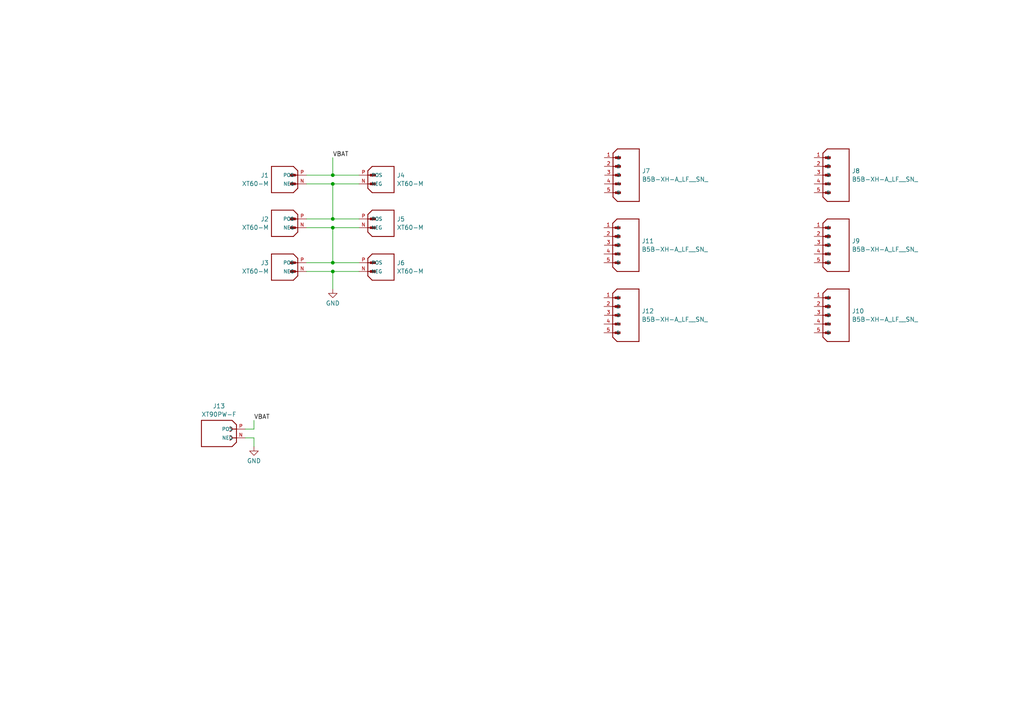
<source format=kicad_sch>
(kicad_sch (version 20230121) (generator eeschema)
  (paper "A4")
  (lib_symbols
    (symbol "Component_lib:B5B-XH-A_LF__SN_" (pin_names (offset 1.016))
      (property "Reference" "J" (at 0 8.89 0))
      (property "Value" "B5B-XH-A_LF__SN_" (at 0 -10.16 0))
      (symbol "B5B-XH-A_LF__SN__0_0"
        (polyline (pts (xy 0 -6.35) (xy 1.27 -7.62)) (stroke (width 0.254)))
        (polyline (pts (xy 0 -5.08) (xy 1.905 -5.08)) (stroke (width 0.254)))
        (polyline (pts (xy 0 -2.54) (xy 1.905 -2.54)) (stroke (width 0.254)))
        (polyline (pts (xy 0 0) (xy 1.905 0)) (stroke (width 0.254)))
        (polyline (pts (xy 0 2.54) (xy 1.905 2.54)) (stroke (width 0.254)))
        (polyline (pts (xy 0 5.08) (xy 0 -6.35)) (stroke (width 0.254)))
        (polyline (pts (xy 0 5.08) (xy 1.905 5.08)) (stroke (width 0.254)))
        (polyline (pts (xy 0 6.35) (xy 0 5.08)) (stroke (width 0.254)))
        (polyline (pts (xy 0 6.35) (xy 1.27 7.62)) (stroke (width 0.254)))
        (polyline (pts (xy 1.27 -7.62) (xy 7.62 -7.62)) (stroke (width 0.254)))
        (polyline (pts (xy 7.62 -7.62) (xy 7.62 7.62)) (stroke (width 0.254)))
        (polyline (pts (xy 7.62 7.62) (xy 1.27 7.62)) (stroke (width 0.254)))
        (rectangle (start 0.635 -5.3975) (end 2.2225 -4.7625) (stroke (width 0.1)) (fill (type outline)))
        (rectangle (start 0.635 -2.8575) (end 2.2225 -2.2225) (stroke (width 0.1)) (fill (type outline)))
        (rectangle (start 0.635 -0.3175) (end 2.2225 0.3175) (stroke (width 0.1)) (fill (type outline)))
        (rectangle (start 0.635 2.2225) (end 2.2225 2.8575) (stroke (width 0.1)) (fill (type outline)))
        (rectangle (start 0.635 4.7625) (end 2.2225 5.3975) (stroke (width 0.1)) (fill (type outline)))
      )
      (symbol "B5B-XH-A_LF__SN__1_0"
        (pin passive line (at -2.54 5.08 0) (length 2.54) (name "1") (number "1"))
        (pin passive line (at -2.54 2.54 0) (length 2.54) (name "2") (number "2"))
        (pin passive line (at -2.45 0 0) (length 2.45) (name "3") (number "3"))
        (pin passive line (at -2.54 -2.54 0) (length 2.54) (name "4") (number "4"))
        (pin passive line (at -2.54 -5.08 0) (length 2.54) (name "5") (number "5"))
      )
    )
    (symbol "Component_lib:XT60-M" (pin_names (offset 1.016))
      (property "Reference" "J" (at 0 6.35 0))
      (property "Value" "XT60-M" (at 0 -5.08 0))
      (symbol "XT60-M_0_0"
        (polyline (pts (xy 0 -1.27) (xy 1.27 -2.54)) (stroke (width 0.254)))
        (polyline (pts (xy 0 0) (xy 1.905 0)) (stroke (width 0.254)))
        (polyline (pts (xy 0 2.54) (xy 0 -1.27)) (stroke (width 0.254)))
        (polyline (pts (xy 0 2.54) (xy 1.905 2.54)) (stroke (width 0.254)))
        (polyline (pts (xy 0 3.81) (xy 0 2.54)) (stroke (width 0.254)))
        (polyline (pts (xy 0 3.81) (xy 1.27 5.08)) (stroke (width 0.254)))
        (polyline (pts (xy 1.27 -2.54) (xy 7.62 -2.54)) (stroke (width 0.254)))
        (polyline (pts (xy 7.62 -2.54) (xy 7.62 5.08)) (stroke (width 0.254)))
        (polyline (pts (xy 7.62 5.08) (xy 1.27 5.08)) (stroke (width 0.254)))
        (rectangle (start 0.635 -0.3175) (end 2.2225 0.3175) (stroke (width 0.1)) (fill (type outline)))
        (rectangle (start 0.635 2.2225) (end 2.2225 2.8575) (stroke (width 0.1)) (fill (type outline)))
      )
      (symbol "XT60-M_1_0"
        (pin passive line (at -2.54 0 0) (length 2.54) (name "NEG") (number "N"))
        (pin passive line (at -2.54 2.54 0) (length 2.54) (name "POS") (number "P"))
      )
    )
    (symbol "Component_lib:XT90PW-F" (pin_names (offset 1.016))
      (property "Reference" "J" (at -10.16 3.81 0))
      (property "Value" "XT90PW-F" (at -10.16 -7.62 0))
      (symbol "XT90PW-F_0_0"
        (arc (start -1.905 -3.175) (mid -1.2727 -2.54) (end -1.905 -1.905) (stroke (width 0.254)))
        (arc (start -1.905 -0.635) (mid -1.2727 0) (end -1.905 0.635) (stroke (width 0.254)))
        (polyline (pts (xy -10.16 -5.08) (xy -10.16 2.54)) (stroke (width 0.254)))
        (polyline (pts (xy -10.16 2.54) (xy -1.27 2.54)) (stroke (width 0.254)))
        (polyline (pts (xy -1.27 -5.08) (xy -10.16 -5.08)) (stroke (width 0.254)))
        (polyline (pts (xy 0 -3.81) (xy -1.27 -5.08)) (stroke (width 0.254)))
        (polyline (pts (xy 0 -2.54) (xy -1.27 -2.54)) (stroke (width 0.254)))
        (polyline (pts (xy 0 0) (xy -1.27 0)) (stroke (width 0.254)))
        (polyline (pts (xy 0 0) (xy 0 -3.81)) (stroke (width 0.254)))
        (polyline (pts (xy 0 1.27) (xy -1.27 2.54)) (stroke (width 0.254)))
        (polyline (pts (xy 0 1.27) (xy 0 0)) (stroke (width 0.254)))
        (pin passive line (at 2.54 -2.54 180) (length 2.54) (name "NEG") (number "N"))
        (pin passive line (at 2.54 0 180) (length 2.54) (name "POS") (number "P"))
      )
    )
    (symbol "power:GND" (power) (pin_names (offset 0))
      (property "Value" "GND" (at 0 -3.81 0))
      (symbol "GND_0_1"
        (polyline (pts (xy 0 0) (xy 0 -1.27) (xy 1.27 -1.27) (xy 0 -2.54) (xy -1.27 -1.27) (xy 0 -1.27)))
      )
      (symbol "GND_1_1"
        (pin power_in line (at 0 0 270) (length 0) hide (name "GND") (number "1"))
      )
    )
  )
  (junction (at 96.52 76.2))
  (junction (at 96.52 78.74))
  (junction (at 96.52 66.04))
  (junction (at 96.52 63.5))
  (junction (at 96.52 50.8))
  (junction (at 96.52 53.34))
  (wire (pts (xy 88.9 76.2) (xy 96.52 76.2)))
  (wire (pts (xy 88.9 63.5) (xy 96.52 63.5)))
  (wire (pts (xy 71.12 124.46) (xy 73.66 124.46)))
  (wire (pts (xy 96.52 63.5) (xy 104.14 63.5)))
  (wire (pts (xy 96.52 45.72) (xy 96.52 50.8)))
  (wire (pts (xy 96.52 76.2) (xy 104.14 76.2)))
  (wire (pts (xy 96.52 53.34) (xy 96.52 63.5)))
  (wire (pts (xy 88.9 78.74) (xy 96.52 78.74)))
  (wire (pts (xy 73.66 121.92) (xy 73.66 124.46)))
  (wire (pts (xy 96.52 78.74) (xy 104.14 78.74)))
  (wire (pts (xy 96.52 53.34) (xy 104.14 53.34)))
  (wire (pts (xy 96.52 78.74) (xy 96.52 83.82)))
  (wire (pts (xy 96.52 50.8) (xy 104.14 50.8)))
  (wire (pts (xy 88.9 50.8) (xy 96.52 50.8)))
  (wire (pts (xy 96.52 66.04) (xy 104.14 66.04)))
  (wire (pts (xy 88.9 53.34) (xy 96.52 53.34)))
  (wire (pts (xy 88.9 66.04) (xy 96.52 66.04)))
  (wire (pts (xy 73.66 127) (xy 71.12 127)))
  (wire (pts (xy 73.66 129.54) (xy 73.66 127)))
  (wire (pts (xy 96.52 66.04) (xy 96.52 76.2)))
  (label "VBAT" (at 96.52 45.72 0))
  (label "VBAT" (at 73.66 121.92 0))
  (symbol (lib_id "power:GND") (at 96.52 83.82 0) (unit 1)
    (property "Reference" "#PWR01" (effects hide))
    (property "Value" "GND" (at 96.52 87.9531 0))
  )
  (symbol (lib_id "Component_lib:XT60-M") (at 106.68 53.34 0) (unit 1)
    (property "Reference" "J4" (at 115.062 50.8579 0) (effects (justify left)))
    (property "Value" "XT60-M" (at 115.062 53.2821 0) (effects (justify left)))
    (property "Footprint" "XT60-M:AMASS_XT60-M" (effects hide))
    (property "MF" "AMASS" (effects hide))
    (property "MAXIMUM_PACKAGE_HEIGHT" "16.00 mm" (effects hide))
    (property "Package" "Package" (effects hide))
    (property "Price" "None" (effects hide))
    (property "Check_prices" "https://www.snapeda.com/parts/XT60-M/AMASS/view-part/?ref=eda" (effects hide))
    (property "STANDARD" "IPC 7351B" (effects hide))
    (property "PARTREV" "V1.2" (effects hide))
    (property "SnapEDA_Link" "https://www.snapeda.com/parts/XT60-M/AMASS/view-part/?ref=snap" (effects hide))
    (property "MP" "XT60-M" (effects hide))
    (property "Description" "\nPlug; DC supply; XT60; male; PIN: 2; for cable; soldered; 30A; 500V\n" (effects hide))
    (property "Availability" "Not in stock" (effects hide))
    (property "MANUFACTURER" "AMASS" (effects hide))
  )
  (symbol (lib_id "Component_lib:XT60-M") (at 86.36 66.04 0) (mirror y) (unit 1)
    (property "Reference" "J2" (at 77.978 63.5579 0) (effects (justify left)))
    (property "Value" "XT60-M" (at 77.978 65.9821 0) (effects (justify left)))
    (property "Footprint" "XT60-M:AMASS_XT60-M" (effects hide))
    (property "MF" "AMASS" (effects hide))
    (property "MAXIMUM_PACKAGE_HEIGHT" "16.00 mm" (effects hide))
    (property "Package" "Package" (effects hide))
    (property "Price" "None" (effects hide))
    (property "Check_prices" "https://www.snapeda.com/parts/XT60-M/AMASS/view-part/?ref=eda" (effects hide))
    (property "STANDARD" "IPC 7351B" (effects hide))
    (property "PARTREV" "V1.2" (effects hide))
    (property "SnapEDA_Link" "https://www.snapeda.com/parts/XT60-M/AMASS/view-part/?ref=snap" (effects hide))
    (property "MP" "XT60-M" (effects hide))
    (property "Description" "\nPlug; DC supply; XT60; male; PIN: 2; for cable; soldered; 30A; 500V\n" (effects hide))
    (property "Availability" "Not in stock" (effects hide))
    (property "MANUFACTURER" "AMASS" (effects hide))
  )
  (symbol (lib_id "Component_lib:B5B-XH-A_LF__SN_") (at 177.8 50.8 0) (unit 1)
    (property "Reference" "J7" (at 186.182 49.5879 0) (effects (justify left)))
    (property "Value" "B5B-XH-A_LF__SN_" (at 186.182 52.0121 0) (effects (justify left)))
    (property "Footprint" "B5B-XH-A_LF__SN_:JST_B5B-XH-A_LF__SN_" (effects hide))
    (property "MF" "JST Sales America Inc." (effects hide))
    (property "MAXIMUM_PACKAGE_HEIGHT" "7 mm" (effects hide))
    (property "Package" "None" (effects hide))
    (property "Price" "None" (effects hide))
    (property "Check_prices" "https://www.snapeda.com/parts/B5B-XH-A(LF)(SN)/JST+Sales+America+Inc./view-part/?ref=eda" (effects hide))
    (property "STANDARD" "Manufacturer Recommendations" (effects hide))
    (property "PARTREV" "N/A" (effects hide))
    (property "SnapEDA_Link" "https://www.snapeda.com/parts/B5B-XH-A(LF)(SN)/JST+Sales+America+Inc./view-part/?ref=snap" (effects hide))
    (property "MP" "B5B-XH-A(LF)(SN)" (effects hide))
    (property "Purchase-URL" "https://www.snapeda.com/api/url_track_click_mouser/?unipart_id=4703724&manufacturer=JST Sales America Inc.&part_name=B5B-XH-A(LF)(SN)&search_term=b5b-xh-a" (effects hide))
    (property "Description" "\nConnector Header Through Hole 5 position 0.098 (2.50mm)\n" (effects hide))
    (property "MANUFACTURER" "JST Sales America Inc." (effects hide))
    (property "Availability" "In Stock" (effects hide))
    (property "SNAPEDA_PN" "B5B-XH-A(LF)(SN)" (effects hide))
  )
  (symbol (lib_id "power:GND") (at 73.66 129.54 0) (unit 1)
    (property "Reference" "#PWR02" (effects hide))
    (property "Value" "GND" (at 73.66 133.6731 0))
  )
  (symbol (lib_id "Component_lib:XT60-M") (at 106.68 78.74 0) (unit 1)
    (property "Reference" "J6" (at 115.062 76.2579 0) (effects (justify left)))
    (property "Value" "XT60-M" (at 115.062 78.6821 0) (effects (justify left)))
    (property "Footprint" "XT60-M:AMASS_XT60-M" (effects hide))
    (property "MF" "AMASS" (effects hide))
    (property "MAXIMUM_PACKAGE_HEIGHT" "16.00 mm" (effects hide))
    (property "Package" "Package" (effects hide))
    (property "Price" "None" (effects hide))
    (property "Check_prices" "https://www.snapeda.com/parts/XT60-M/AMASS/view-part/?ref=eda" (effects hide))
    (property "STANDARD" "IPC 7351B" (effects hide))
    (property "PARTREV" "V1.2" (effects hide))
    (property "SnapEDA_Link" "https://www.snapeda.com/parts/XT60-M/AMASS/view-part/?ref=snap" (effects hide))
    (property "MP" "XT60-M" (effects hide))
    (property "Description" "\nPlug; DC supply; XT60; male; PIN: 2; for cable; soldered; 30A; 500V\n" (effects hide))
    (property "Availability" "Not in stock" (effects hide))
    (property "MANUFACTURER" "AMASS" (effects hide))
  )
  (symbol (lib_id "Component_lib:B5B-XH-A_LF__SN_") (at 177.71 71.12 0) (unit 1)
    (property "Reference" "J11" (at 186.092 69.9079 0) (effects (justify left)))
    (property "Value" "B5B-XH-A_LF__SN_" (at 186.092 72.3321 0) (effects (justify left)))
    (property "Footprint" "B5B-XH-A_LF__SN_:JST_B5B-XH-A_LF__SN_" (effects hide))
    (property "MF" "JST Sales America Inc." (effects hide))
    (property "MAXIMUM_PACKAGE_HEIGHT" "7 mm" (effects hide))
    (property "Package" "None" (effects hide))
    (property "Price" "None" (effects hide))
    (property "Check_prices" "https://www.snapeda.com/parts/B5B-XH-A(LF)(SN)/JST+Sales+America+Inc./view-part/?ref=eda" (effects hide))
    (property "STANDARD" "Manufacturer Recommendations" (effects hide))
    (property "PARTREV" "N/A" (effects hide))
    (property "SnapEDA_Link" "https://www.snapeda.com/parts/B5B-XH-A(LF)(SN)/JST+Sales+America+Inc./view-part/?ref=snap" (effects hide))
    (property "MP" "B5B-XH-A(LF)(SN)" (effects hide))
    (property "Purchase-URL" "https://www.snapeda.com/api/url_track_click_mouser/?unipart_id=4703724&manufacturer=JST Sales America Inc.&part_name=B5B-XH-A(LF)(SN)&search_term=b5b-xh-a" (effects hide))
    (property "Description" "\nConnector Header Through Hole 5 position 0.098 (2.50mm)\n" (effects hide))
    (property "MANUFACTURER" "JST Sales America Inc." (effects hide))
    (property "Availability" "In Stock" (effects hide))
    (property "SNAPEDA_PN" "B5B-XH-A(LF)(SN)" (effects hide))
  )
  (symbol (lib_id "Component_lib:B5B-XH-A_LF__SN_") (at 238.67 50.8 0) (unit 1)
    (property "Reference" "J8" (at 247.052 49.5879 0) (effects (justify left)))
    (property "Value" "B5B-XH-A_LF__SN_" (at 247.052 52.0121 0) (effects (justify left)))
    (property "Footprint" "B5B-XH-A_LF__SN_:JST_B5B-XH-A_LF__SN_" (effects hide))
    (property "MF" "JST Sales America Inc." (effects hide))
    (property "MAXIMUM_PACKAGE_HEIGHT" "7 mm" (effects hide))
    (property "Package" "None" (effects hide))
    (property "Price" "None" (effects hide))
    (property "Check_prices" "https://www.snapeda.com/parts/B5B-XH-A(LF)(SN)/JST+Sales+America+Inc./view-part/?ref=eda" (effects hide))
    (property "STANDARD" "Manufacturer Recommendations" (effects hide))
    (property "PARTREV" "N/A" (effects hide))
    (property "SnapEDA_Link" "https://www.snapeda.com/parts/B5B-XH-A(LF)(SN)/JST+Sales+America+Inc./view-part/?ref=snap" (effects hide))
    (property "MP" "B5B-XH-A(LF)(SN)" (effects hide))
    (property "Purchase-URL" "https://www.snapeda.com/api/url_track_click_mouser/?unipart_id=4703724&manufacturer=JST Sales America Inc.&part_name=B5B-XH-A(LF)(SN)&search_term=b5b-xh-a" (effects hide))
    (property "Description" "\nConnector Header Through Hole 5 position 0.098 (2.50mm)\n" (effects hide))
    (property "MANUFACTURER" "JST Sales America Inc." (effects hide))
    (property "Availability" "In Stock" (effects hide))
    (property "SNAPEDA_PN" "B5B-XH-A(LF)(SN)" (effects hide))
  )
  (symbol (lib_id "Component_lib:XT90PW-F") (at 68.58 124.46 0) (unit 1)
    (property "Reference" "J13" (at 63.5 117.7757 0))
    (property "Value" "XT90PW-F" (at 63.5 120.1999 0))
    (property "Footprint" "XT90PW-F:AMASS_XT90PW-F" (effects hide))
    (property "MF" "AMASS" (effects hide))
    (property "MAXIMUM_PACKAGE_HEIGHT" "10.3 mm" (effects hide))
    (property "Package" "Package" (effects hide))
    (property "Description" "\nSocket, DC supply, XT90, female, PIN:2, on PCBs, THT\n" (effects hide))
  )
  (symbol (lib_id "Component_lib:XT60-M") (at 86.36 78.74 0) (mirror y) (unit 1)
    (property "Reference" "J3" (at 77.978 76.2579 0) (effects (justify left)))
    (property "Value" "XT60-M" (at 77.978 78.6821 0) (effects (justify left)))
    (property "Footprint" "XT60-M:AMASS_XT60-M" (effects hide))
    (property "MF" "AMASS" (effects hide))
    (property "MAXIMUM_PACKAGE_HEIGHT" "16.00 mm" (effects hide))
    (property "Package" "Package" (effects hide))
    (property "Price" "None" (effects hide))
    (property "Check_prices" "https://www.snapeda.com/parts/XT60-M/AMASS/view-part/?ref=eda" (effects hide))
    (property "STANDARD" "IPC 7351B" (effects hide))
    (property "PARTREV" "V1.2" (effects hide))
    (property "SnapEDA_Link" "https://www.snapeda.com/parts/XT60-M/AMASS/view-part/?ref=snap" (effects hide))
    (property "MP" "XT60-M" (effects hide))
    (property "Description" "\nPlug; DC supply; XT60; male; PIN: 2; for cable; soldered; 30A; 500V\n" (effects hide))
    (property "Availability" "Not in stock" (effects hide))
    (property "MANUFACTURER" "AMASS" (effects hide))
  )
  (symbol (lib_id "Component_lib:B5B-XH-A_LF__SN_") (at 238.67 91.44 0) (unit 1)
    (property "Reference" "J10" (at 247.052 90.2279 0) (effects (justify left)))
    (property "Value" "B5B-XH-A_LF__SN_" (at 247.052 92.6521 0) (effects (justify left)))
    (property "Footprint" "B5B-XH-A_LF__SN_:JST_B5B-XH-A_LF__SN_" (effects hide))
    (property "MF" "JST Sales America Inc." (effects hide))
    (property "MAXIMUM_PACKAGE_HEIGHT" "7 mm" (effects hide))
    (property "Package" "None" (effects hide))
    (property "Price" "None" (effects hide))
    (property "Check_prices" "https://www.snapeda.com/parts/B5B-XH-A(LF)(SN)/JST+Sales+America+Inc./view-part/?ref=eda" (effects hide))
    (property "STANDARD" "Manufacturer Recommendations" (effects hide))
    (property "PARTREV" "N/A" (effects hide))
    (property "SnapEDA_Link" "https://www.snapeda.com/parts/B5B-XH-A(LF)(SN)/JST+Sales+America+Inc./view-part/?ref=snap" (effects hide))
    (property "MP" "B5B-XH-A(LF)(SN)" (effects hide))
    (property "Purchase-URL" "https://www.snapeda.com/api/url_track_click_mouser/?unipart_id=4703724&manufacturer=JST Sales America Inc.&part_name=B5B-XH-A(LF)(SN)&search_term=b5b-xh-a" (effects hide))
    (property "Description" "\nConnector Header Through Hole 5 position 0.098 (2.50mm)\n" (effects hide))
    (property "MANUFACTURER" "JST Sales America Inc." (effects hide))
    (property "Availability" "In Stock" (effects hide))
    (property "SNAPEDA_PN" "B5B-XH-A(LF)(SN)" (effects hide))
  )
  (symbol (lib_id "Component_lib:B5B-XH-A_LF__SN_") (at 238.67 71.12 0) (unit 1)
    (property "Reference" "J9" (at 247.052 69.9079 0) (effects (justify left)))
    (property "Value" "B5B-XH-A_LF__SN_" (at 247.052 72.3321 0) (effects (justify left)))
    (property "Footprint" "B5B-XH-A_LF__SN_:JST_B5B-XH-A_LF__SN_" (effects hide))
    (property "MF" "JST Sales America Inc." (effects hide))
    (property "MAXIMUM_PACKAGE_HEIGHT" "7 mm" (effects hide))
    (property "Package" "None" (effects hide))
    (property "Price" "None" (effects hide))
    (property "Check_prices" "https://www.snapeda.com/parts/B5B-XH-A(LF)(SN)/JST+Sales+America+Inc./view-part/?ref=eda" (effects hide))
    (property "STANDARD" "Manufacturer Recommendations" (effects hide))
    (property "PARTREV" "N/A" (effects hide))
    (property "SnapEDA_Link" "https://www.snapeda.com/parts/B5B-XH-A(LF)(SN)/JST+Sales+America+Inc./view-part/?ref=snap" (effects hide))
    (property "MP" "B5B-XH-A(LF)(SN)" (effects hide))
    (property "Purchase-URL" "https://www.snapeda.com/api/url_track_click_mouser/?unipart_id=4703724&manufacturer=JST Sales America Inc.&part_name=B5B-XH-A(LF)(SN)&search_term=b5b-xh-a" (effects hide))
    (property "Description" "\nConnector Header Through Hole 5 position 0.098 (2.50mm)\n" (effects hide))
    (property "MANUFACTURER" "JST Sales America Inc." (effects hide))
    (property "Availability" "In Stock" (effects hide))
    (property "SNAPEDA_PN" "B5B-XH-A(LF)(SN)" (effects hide))
  )
  (symbol (lib_id "Component_lib:XT60-M") (at 86.36 53.34 0) (mirror y) (unit 1)
    (property "Reference" "J1" (at 77.978 50.8579 0) (effects (justify left)))
    (property "Value" "XT60-M" (at 77.978 53.2821 0) (effects (justify left)))
    (property "Footprint" "XT60-M:AMASS_XT60-M" (effects hide))
    (property "MF" "AMASS" (effects hide))
    (property "MAXIMUM_PACKAGE_HEIGHT" "16.00 mm" (effects hide))
    (property "Package" "Package" (effects hide))
    (property "Price" "None" (effects hide))
    (property "Check_prices" "https://www.snapeda.com/parts/XT60-M/AMASS/view-part/?ref=eda" (effects hide))
    (property "STANDARD" "IPC 7351B" (effects hide))
    (property "PARTREV" "V1.2" (effects hide))
    (property "SnapEDA_Link" "https://www.snapeda.com/parts/XT60-M/AMASS/view-part/?ref=snap" (effects hide))
    (property "MP" "XT60-M" (effects hide))
    (property "Description" "\nPlug; DC supply; XT60; male; PIN: 2; for cable; soldered; 30A; 500V\n" (effects hide))
    (property "Availability" "Not in stock" (effects hide))
    (property "MANUFACTURER" "AMASS" (effects hide))
  )
  (symbol (lib_id "Component_lib:XT60-M") (at 106.68 66.04 0) (unit 1)
    (property "Reference" "J5" (at 115.062 63.5579 0) (effects (justify left)))
    (property "Value" "XT60-M" (at 115.062 65.9821 0) (effects (justify left)))
    (property "Footprint" "XT60-M:AMASS_XT60-M" (effects hide))
    (property "MF" "AMASS" (effects hide))
    (property "MAXIMUM_PACKAGE_HEIGHT" "16.00 mm" (effects hide))
    (property "Package" "Package" (effects hide))
    (property "Price" "None" (effects hide))
    (property "Check_prices" "https://www.snapeda.com/parts/XT60-M/AMASS/view-part/?ref=eda" (effects hide))
    (property "STANDARD" "IPC 7351B" (effects hide))
    (property "PARTREV" "V1.2" (effects hide))
    (property "SnapEDA_Link" "https://www.snapeda.com/parts/XT60-M/AMASS/view-part/?ref=snap" (effects hide))
    (property "MP" "XT60-M" (effects hide))
    (property "Description" "\nPlug; DC supply; XT60; male; PIN: 2; for cable; soldered; 30A; 500V\n" (effects hide))
    (property "Availability" "Not in stock" (effects hide))
    (property "MANUFACTURER" "AMASS" (effects hide))
  )
  (symbol (lib_id "Component_lib:B5B-XH-A_LF__SN_") (at 177.71 91.44 0) (unit 1)
    (property "Reference" "J12" (at 186.092 90.2279 0) (effects (justify left)))
    (property "Value" "B5B-XH-A_LF__SN_" (at 186.092 92.6521 0) (effects (justify left)))
    (property "Footprint" "B5B-XH-A_LF__SN_:JST_B5B-XH-A_LF__SN_" (effects hide))
    (property "MF" "JST Sales America Inc." (effects hide))
    (property "MAXIMUM_PACKAGE_HEIGHT" "7 mm" (effects hide))
    (property "Package" "None" (effects hide))
    (property "Price" "None" (effects hide))
    (property "Check_prices" "https://www.snapeda.com/parts/B5B-XH-A(LF)(SN)/JST+Sales+America+Inc./view-part/?ref=eda" (effects hide))
    (property "STANDARD" "Manufacturer Recommendations" (effects hide))
    (property "PARTREV" "N/A" (effects hide))
    (property "SnapEDA_Link" "https://www.snapeda.com/parts/B5B-XH-A(LF)(SN)/JST+Sales+America+Inc./view-part/?ref=snap" (effects hide))
    (property "MP" "B5B-XH-A(LF)(SN)" (effects hide))
    (property "Purchase-URL" "https://www.snapeda.com/api/url_track_click_mouser/?unipart_id=4703724&manufacturer=JST Sales America Inc.&part_name=B5B-XH-A(LF)(SN)&search_term=b5b-xh-a" (effects hide))
    (property "Description" "\nConnector Header Through Hole 5 position 0.098 (2.50mm)\n" (effects hide))
    (property "MANUFACTURER" "JST Sales America Inc." (effects hide))
    (property "Availability" "In Stock" (effects hide))
    (property "SNAPEDA_PN" "B5B-XH-A(LF)(SN)" (effects hide))
  )
)
</source>
